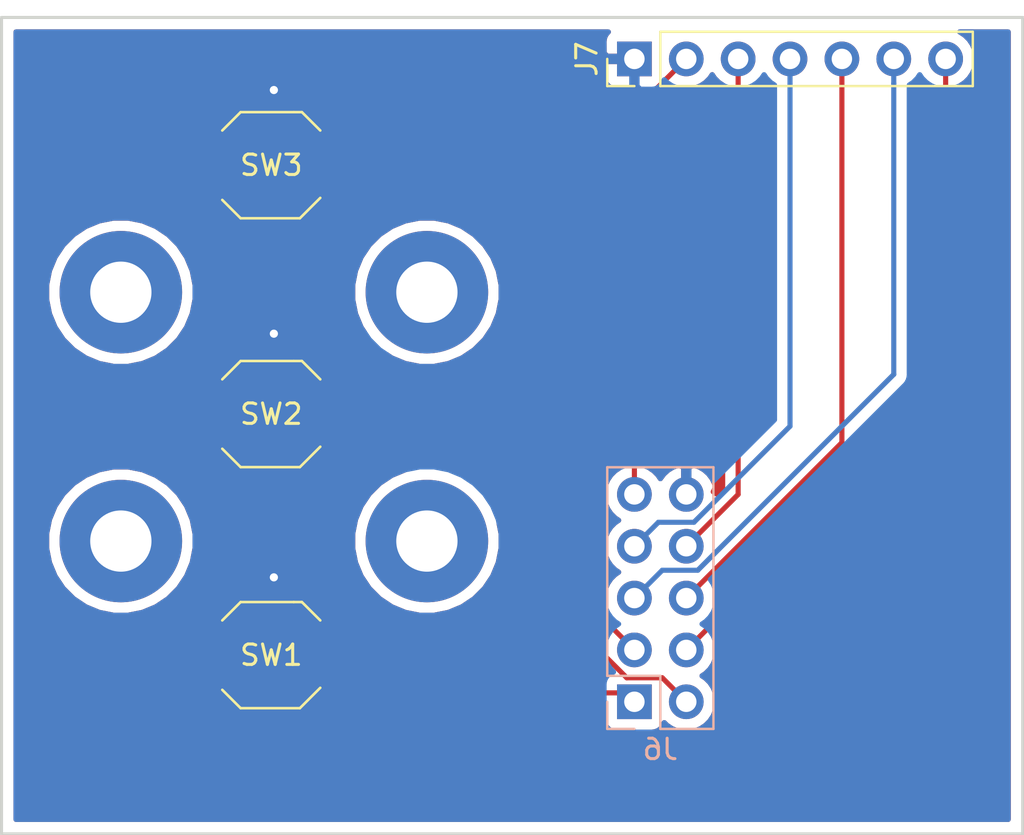
<source format=kicad_pcb>
(kicad_pcb (version 20171130) (host pcbnew "(5.1.5)-3")

  (general
    (thickness 1.6)
    (drawings 4)
    (tracks 33)
    (zones 0)
    (modules 9)
    (nets 11)
  )

  (page A4)
  (layers
    (0 F.Cu signal)
    (31 B.Cu signal)
    (32 B.Adhes user)
    (33 F.Adhes user)
    (34 B.Paste user)
    (35 F.Paste user)
    (36 B.SilkS user)
    (37 F.SilkS user)
    (38 B.Mask user)
    (39 F.Mask user)
    (40 Dwgs.User user)
    (41 Cmts.User user)
    (42 Eco1.User user)
    (43 Eco2.User user)
    (44 Edge.Cuts user)
    (45 Margin user)
    (46 B.CrtYd user)
    (47 F.CrtYd user)
    (48 B.Fab user)
    (49 F.Fab user)
  )

  (setup
    (last_trace_width 0.25)
    (user_trace_width 0.5)
    (trace_clearance 0.2)
    (zone_clearance 0.508)
    (zone_45_only yes)
    (trace_min 0)
    (via_size 0.8)
    (via_drill 0.4)
    (via_min_size 0.4)
    (via_min_drill 0.3)
    (uvia_size 0.3)
    (uvia_drill 0.1)
    (uvias_allowed no)
    (uvia_min_size 0.2)
    (uvia_min_drill 0.1)
    (edge_width 0.15)
    (segment_width 0.2)
    (pcb_text_width 0.3)
    (pcb_text_size 1.5 1.5)
    (mod_edge_width 0.15)
    (mod_text_size 1 1)
    (mod_text_width 0.15)
    (pad_size 6 6)
    (pad_drill 3)
    (pad_to_mask_clearance 0.051)
    (solder_mask_min_width 0.25)
    (aux_axis_origin 0 0)
    (visible_elements 7FFFFFFF)
    (pcbplotparams
      (layerselection 0x010f0_ffffffff)
      (usegerberextensions false)
      (usegerberattributes false)
      (usegerberadvancedattributes false)
      (creategerberjobfile false)
      (excludeedgelayer true)
      (linewidth 0.100000)
      (plotframeref false)
      (viasonmask false)
      (mode 1)
      (useauxorigin false)
      (hpglpennumber 1)
      (hpglpenspeed 20)
      (hpglpendiameter 15.000000)
      (psnegative false)
      (psa4output false)
      (plotreference true)
      (plotvalue true)
      (plotinvisibletext false)
      (padsonsilk false)
      (subtractmaskfromsilk false)
      (outputformat 1)
      (mirror false)
      (drillshape 0)
      (scaleselection 1)
      (outputdirectory "../plot/"))
  )

  (net 0 "")
  (net 1 "Net-(J6-Pad1)")
  (net 2 "Net-(J6-Pad2)")
  (net 3 "Net-(J6-Pad3)")
  (net 4 DM_LCD-BL)
  (net 5 DM_LCD-DC)
  (net 6 DM_LCD-RST)
  (net 7 DM_MOSI)
  (net 8 DM_GND)
  (net 9 DM_3v3)
  (net 10 DM_SCK)

  (net_class Default "This is the default net class."
    (clearance 0.2)
    (trace_width 0.25)
    (via_dia 0.8)
    (via_drill 0.4)
    (uvia_dia 0.3)
    (uvia_drill 0.1)
    (add_net DM_3v3)
    (add_net DM_GND)
    (add_net DM_LCD-BL)
    (add_net DM_LCD-DC)
    (add_net DM_LCD-RST)
    (add_net DM_MOSI)
    (add_net DM_SCK)
    (add_net "Net-(J6-Pad1)")
    (add_net "Net-(J6-Pad2)")
    (add_net "Net-(J6-Pad3)")
  )

  (module Mounting_Holes:MountingHole_3mm_Pad (layer F.Cu) (tedit 56D1B4CB) (tstamp 5E3023ED)
    (at 30.226 46.736)
    (descr "Mounting Hole 3mm")
    (tags "mounting hole 3mm")
    (attr virtual)
    (fp_text reference REF** (at 0 -4) (layer F.SilkS) hide
      (effects (font (size 1 1) (thickness 0.15)))
    )
    (fp_text value - (at 0 4) (layer F.Fab) hide
      (effects (font (size 1 1) (thickness 0.15)))
    )
    (fp_text user %R (at 0.3 0) (layer F.Fab)
      (effects (font (size 1 1) (thickness 0.15)))
    )
    (fp_circle (center 0 0) (end 3 0) (layer Cmts.User) (width 0.15))
    (fp_circle (center 0 0) (end 3.25 0) (layer F.CrtYd) (width 0.05))
    (pad 1 thru_hole circle (at 0 0) (size 6 6) (drill 3) (layers *.Cu *.Mask))
  )

  (module Mounting_Holes:MountingHole_3mm_Pad (layer F.Cu) (tedit 56D1B4CB) (tstamp 5E3023DF)
    (at 30.226 34.544)
    (descr "Mounting Hole 3mm")
    (tags "mounting hole 3mm")
    (attr virtual)
    (fp_text reference REF** (at 0 -4) (layer F.SilkS) hide
      (effects (font (size 1 1) (thickness 0.15)))
    )
    (fp_text value - (at 0.254 4) (layer F.Fab) hide
      (effects (font (size 1 1) (thickness 0.15)))
    )
    (fp_circle (center 0 0) (end 3.25 0) (layer F.CrtYd) (width 0.05))
    (fp_circle (center 0 0) (end 3 0) (layer Cmts.User) (width 0.15))
    (fp_text user %R (at 0.3 0) (layer F.Fab)
      (effects (font (size 1 1) (thickness 0.15)))
    )
    (pad 1 thru_hole circle (at 0 0) (size 6 6) (drill 3) (layers *.Cu *.Mask))
  )

  (module Mounting_Holes:MountingHole_3mm_Pad (layer F.Cu) (tedit 56D1B4CB) (tstamp 5E3022E1)
    (at 45.212 46.736)
    (descr "Mounting Hole 3mm")
    (tags "mounting hole 3mm")
    (attr virtual)
    (fp_text reference REF** (at 0 -4) (layer F.SilkS) hide
      (effects (font (size 1 1) (thickness 0.15)))
    )
    (fp_text value - (at 0 4) (layer F.Fab) hide
      (effects (font (size 1 1) (thickness 0.15)))
    )
    (fp_circle (center 0 0) (end 3.25 0) (layer F.CrtYd) (width 0.05))
    (fp_circle (center 0 0) (end 3 0) (layer Cmts.User) (width 0.15))
    (fp_text user %R (at 0.3 0) (layer F.Fab)
      (effects (font (size 1 1) (thickness 0.15)))
    )
    (pad 1 thru_hole circle (at 0 0) (size 6 6) (drill 3) (layers *.Cu *.Mask))
  )

  (module Mounting_Holes:MountingHole_3mm_Pad (layer F.Cu) (tedit 56D1B4CB) (tstamp 5E3022DA)
    (at 45.212 34.544)
    (descr "Mounting Hole 3mm")
    (tags "mounting hole 3mm")
    (attr virtual)
    (fp_text reference REF** (at 0 -4) (layer F.SilkS) hide
      (effects (font (size 1 1) (thickness 0.15)))
    )
    (fp_text value - (at 0 4) (layer F.Fab) hide
      (effects (font (size 1 1) (thickness 0.15)))
    )
    (fp_text user %R (at 0.3 0) (layer F.Fab)
      (effects (font (size 1 1) (thickness 0.15)))
    )
    (fp_circle (center 0 0) (end 3 0) (layer Cmts.User) (width 0.15))
    (fp_circle (center 0 0) (end 3.25 0) (layer F.CrtYd) (width 0.05))
    (pad 1 thru_hole circle (at 0 0) (size 6 6) (drill 3) (layers *.Cu *.Mask))
  )

  (module Pin_Headers:Pin_Header_Straight_1x07_Pitch2.54mm (layer F.Cu) (tedit 59650532) (tstamp 5E300FEC)
    (at 55.372 23.114 90)
    (descr "Through hole straight pin header, 1x07, 2.54mm pitch, single row")
    (tags "Through hole pin header THT 1x07 2.54mm single row")
    (path /5E37279C)
    (fp_text reference J7 (at 0 -2.33 90) (layer F.SilkS)
      (effects (font (size 1 1) (thickness 0.15)))
    )
    (fp_text value ST7789 (at 0 17.57 90) (layer F.Fab)
      (effects (font (size 1 1) (thickness 0.15)))
    )
    (fp_line (start -0.635 -1.27) (end 1.27 -1.27) (layer F.Fab) (width 0.1))
    (fp_line (start 1.27 -1.27) (end 1.27 16.51) (layer F.Fab) (width 0.1))
    (fp_line (start 1.27 16.51) (end -1.27 16.51) (layer F.Fab) (width 0.1))
    (fp_line (start -1.27 16.51) (end -1.27 -0.635) (layer F.Fab) (width 0.1))
    (fp_line (start -1.27 -0.635) (end -0.635 -1.27) (layer F.Fab) (width 0.1))
    (fp_line (start -1.33 16.57) (end 1.33 16.57) (layer F.SilkS) (width 0.12))
    (fp_line (start -1.33 1.27) (end -1.33 16.57) (layer F.SilkS) (width 0.12))
    (fp_line (start 1.33 1.27) (end 1.33 16.57) (layer F.SilkS) (width 0.12))
    (fp_line (start -1.33 1.27) (end 1.33 1.27) (layer F.SilkS) (width 0.12))
    (fp_line (start -1.33 0) (end -1.33 -1.33) (layer F.SilkS) (width 0.12))
    (fp_line (start -1.33 -1.33) (end 0 -1.33) (layer F.SilkS) (width 0.12))
    (fp_line (start -1.8 -1.8) (end -1.8 17.05) (layer F.CrtYd) (width 0.05))
    (fp_line (start -1.8 17.05) (end 1.8 17.05) (layer F.CrtYd) (width 0.05))
    (fp_line (start 1.8 17.05) (end 1.8 -1.8) (layer F.CrtYd) (width 0.05))
    (fp_line (start 1.8 -1.8) (end -1.8 -1.8) (layer F.CrtYd) (width 0.05))
    (fp_text user %R (at 0 7.62) (layer F.Fab)
      (effects (font (size 1 1) (thickness 0.15)))
    )
    (pad 1 thru_hole rect (at 0 0 90) (size 1.7 1.7) (drill 1) (layers *.Cu *.Mask)
      (net 8 DM_GND))
    (pad 2 thru_hole oval (at 0 2.54 90) (size 1.7 1.7) (drill 1) (layers *.Cu *.Mask)
      (net 9 DM_3v3))
    (pad 3 thru_hole oval (at 0 5.08 90) (size 1.7 1.7) (drill 1) (layers *.Cu *.Mask)
      (net 10 DM_SCK))
    (pad 4 thru_hole oval (at 0 7.62 90) (size 1.7 1.7) (drill 1) (layers *.Cu *.Mask)
      (net 7 DM_MOSI))
    (pad 5 thru_hole oval (at 0 10.16 90) (size 1.7 1.7) (drill 1) (layers *.Cu *.Mask)
      (net 6 DM_LCD-RST))
    (pad 6 thru_hole oval (at 0 12.7 90) (size 1.7 1.7) (drill 1) (layers *.Cu *.Mask)
      (net 5 DM_LCD-DC))
    (pad 7 thru_hole oval (at 0 15.24 90) (size 1.7 1.7) (drill 1) (layers *.Cu *.Mask)
      (net 4 DM_LCD-BL))
    (model ${KISYS3DMOD}/Pin_Headers.3dshapes/Pin_Header_Straight_1x07_Pitch2.54mm.wrl
      (at (xyz 0 0 0))
      (scale (xyz 1 1 1))
      (rotate (xyz 0 0 0))
    )
  )

  (module Pin_Headers:Pin_Header_Straight_2x05_Pitch2.54mm (layer B.Cu) (tedit 59650532) (tstamp 5E300FE9)
    (at 55.372 54.61)
    (descr "Through hole straight pin header, 2x05, 2.54mm pitch, double rows")
    (tags "Through hole pin header THT 2x05 2.54mm double row")
    (path /5E3531D6)
    (fp_text reference J6 (at 1.27 2.33) (layer B.SilkS)
      (effects (font (size 1 1) (thickness 0.15)) (justify mirror))
    )
    (fp_text value DM-Slave (at 1.27 -12.49) (layer B.Fab)
      (effects (font (size 1 1) (thickness 0.15)) (justify mirror))
    )
    (fp_line (start 0 1.27) (end 3.81 1.27) (layer B.Fab) (width 0.1))
    (fp_line (start 3.81 1.27) (end 3.81 -11.43) (layer B.Fab) (width 0.1))
    (fp_line (start 3.81 -11.43) (end -1.27 -11.43) (layer B.Fab) (width 0.1))
    (fp_line (start -1.27 -11.43) (end -1.27 0) (layer B.Fab) (width 0.1))
    (fp_line (start -1.27 0) (end 0 1.27) (layer B.Fab) (width 0.1))
    (fp_line (start -1.33 -11.49) (end 3.87 -11.49) (layer B.SilkS) (width 0.12))
    (fp_line (start -1.33 -1.27) (end -1.33 -11.49) (layer B.SilkS) (width 0.12))
    (fp_line (start 3.87 1.33) (end 3.87 -11.49) (layer B.SilkS) (width 0.12))
    (fp_line (start -1.33 -1.27) (end 1.27 -1.27) (layer B.SilkS) (width 0.12))
    (fp_line (start 1.27 -1.27) (end 1.27 1.33) (layer B.SilkS) (width 0.12))
    (fp_line (start 1.27 1.33) (end 3.87 1.33) (layer B.SilkS) (width 0.12))
    (fp_line (start -1.33 0) (end -1.33 1.33) (layer B.SilkS) (width 0.12))
    (fp_line (start -1.33 1.33) (end 0 1.33) (layer B.SilkS) (width 0.12))
    (fp_line (start -1.8 1.8) (end -1.8 -11.95) (layer B.CrtYd) (width 0.05))
    (fp_line (start -1.8 -11.95) (end 4.35 -11.95) (layer B.CrtYd) (width 0.05))
    (fp_line (start 4.35 -11.95) (end 4.35 1.8) (layer B.CrtYd) (width 0.05))
    (fp_line (start 4.35 1.8) (end -1.8 1.8) (layer B.CrtYd) (width 0.05))
    (fp_text user %R (at 1.27 -5.08 270) (layer B.Fab)
      (effects (font (size 1 1) (thickness 0.15)) (justify mirror))
    )
    (pad 1 thru_hole rect (at 0 0) (size 1.7 1.7) (drill 1) (layers *.Cu *.Mask)
      (net 1 "Net-(J6-Pad1)"))
    (pad 2 thru_hole oval (at 2.54 0) (size 1.7 1.7) (drill 1) (layers *.Cu *.Mask)
      (net 2 "Net-(J6-Pad2)"))
    (pad 3 thru_hole oval (at 0 -2.54) (size 1.7 1.7) (drill 1) (layers *.Cu *.Mask)
      (net 3 "Net-(J6-Pad3)"))
    (pad 4 thru_hole oval (at 2.54 -2.54) (size 1.7 1.7) (drill 1) (layers *.Cu *.Mask)
      (net 4 DM_LCD-BL))
    (pad 5 thru_hole oval (at 0 -5.08) (size 1.7 1.7) (drill 1) (layers *.Cu *.Mask)
      (net 5 DM_LCD-DC))
    (pad 6 thru_hole oval (at 2.54 -5.08) (size 1.7 1.7) (drill 1) (layers *.Cu *.Mask)
      (net 6 DM_LCD-RST))
    (pad 7 thru_hole oval (at 0 -7.62) (size 1.7 1.7) (drill 1) (layers *.Cu *.Mask)
      (net 7 DM_MOSI))
    (pad 8 thru_hole oval (at 2.54 -7.62) (size 1.7 1.7) (drill 1) (layers *.Cu *.Mask)
      (net 10 DM_SCK))
    (pad 9 thru_hole oval (at 0 -10.16) (size 1.7 1.7) (drill 1) (layers *.Cu *.Mask)
      (net 9 DM_3v3))
    (pad 10 thru_hole oval (at 2.54 -10.16) (size 1.7 1.7) (drill 1) (layers *.Cu *.Mask)
      (net 8 DM_GND))
    (model ${KISYS3DMOD}/Pin_Headers.3dshapes/Pin_Header_Straight_2x05_Pitch2.54mm.wrl
      (at (xyz 0 0 0))
      (scale (xyz 1 1 1))
      (rotate (xyz 0 0 0))
    )
  )

  (module SMD-BUTTON:SW4-SMD-5.2X5.2X1.5MM (layer F.Cu) (tedit 5C236DB7) (tstamp 5D755136)
    (at 37.592 52.324 180)
    (path /5D759C24)
    (attr smd)
    (fp_text reference SW1 (at 0 0) (layer F.SilkS)
      (effects (font (size 1 1) (thickness 0.15)))
    )
    (fp_text value Down (at -0.112861 -0.218191) (layer F.SilkS) hide
      (effects (font (size 0.501589 0.501589) (thickness 0.05)))
    )
    (fp_line (start -1.5 2.6) (end -2.4 1.7) (layer F.SilkS) (width 0.127))
    (fp_line (start -1.45982 2.6) (end -1.5 2.6) (layer F.SilkS) (width 0.127))
    (fp_line (start 1.5 2.6) (end 2.4 1.7) (layer F.SilkS) (width 0.127))
    (fp_line (start 1.5 -2.6) (end 2.4 -1.7) (layer F.SilkS) (width 0.127))
    (fp_line (start -1.4 -2.6) (end -2.4 -1.6) (layer F.SilkS) (width 0.127))
    (fp_poly (pts (xy -2.50464 -2.6) (xy 2.6 -2.6) (xy 2.6 2.60484) (xy -2.50464 2.60484)) (layer Eco1.User) (width 0))
    (fp_line (start 1.43381 -2.6) (end 2.6 -1.43381) (layer Dwgs.User) (width 0.127))
    (fp_line (start -1.4 -2.6) (end 1.5 -2.6) (layer F.SilkS) (width 0.127))
    (fp_line (start -2.6 -1.39584) (end -1.39584 -2.6) (layer Dwgs.User) (width 0.127))
    (fp_line (start -1.45982 2.6) (end -2.6 1.45982) (layer Dwgs.User) (width 0.127))
    (fp_line (start -1.1 2.6) (end -1.45982 2.6) (layer F.SilkS) (width 0.127))
    (fp_line (start 1.5 2.6) (end -1.1 2.6) (layer F.SilkS) (width 0.127))
    (fp_line (start 2.6 1.46863) (end 1.46863 2.6) (layer Dwgs.User) (width 0.127))
    (pad 4 smd rect (at 3 1.85 180) (size 1 0.7) (layers F.Cu F.Paste F.Mask))
    (pad 2 smd rect (at -3 1.85 180) (size 1 0.7) (layers F.Cu F.Paste F.Mask)
      (net 8 DM_GND))
    (pad 3 smd rect (at 3 -1.85 180) (size 1 0.7) (layers F.Cu F.Paste F.Mask))
    (pad 1 smd rect (at -3 -1.85 180) (size 1 0.7) (layers F.Cu F.Paste F.Mask)
      (net 1 "Net-(J6-Pad1)"))
    (model ${KISYS3DMOD}/Button_Switch_SMD.3dshapes/SW_SPST_TL3342.wrl
      (at (xyz 0 0 0))
      (scale (xyz 1 1 1))
      (rotate (xyz 0 0 0))
    )
  )

  (module SMD-BUTTON:SW4-SMD-5.2X5.2X1.5MM (layer F.Cu) (tedit 5C236DB7) (tstamp 5D75514B)
    (at 37.592 40.513 180)
    (path /5D759CB0)
    (attr smd)
    (fp_text reference SW2 (at 0 0) (layer F.SilkS)
      (effects (font (size 1 1) (thickness 0.15)))
    )
    (fp_text value Menu (at -0.112861 -0.218191) (layer F.SilkS) hide
      (effects (font (size 0.501589 0.501589) (thickness 0.05)))
    )
    (fp_line (start 2.6 1.46863) (end 1.46863 2.6) (layer Dwgs.User) (width 0.127))
    (fp_line (start 1.5 2.6) (end -1.1 2.6) (layer F.SilkS) (width 0.127))
    (fp_line (start -1.1 2.6) (end -1.45982 2.6) (layer F.SilkS) (width 0.127))
    (fp_line (start -1.45982 2.6) (end -2.6 1.45982) (layer Dwgs.User) (width 0.127))
    (fp_line (start -2.6 -1.39584) (end -1.39584 -2.6) (layer Dwgs.User) (width 0.127))
    (fp_line (start -1.4 -2.6) (end 1.5 -2.6) (layer F.SilkS) (width 0.127))
    (fp_line (start 1.43381 -2.6) (end 2.6 -1.43381) (layer Dwgs.User) (width 0.127))
    (fp_poly (pts (xy -2.50464 -2.6) (xy 2.6 -2.6) (xy 2.6 2.60484) (xy -2.50464 2.60484)) (layer Eco1.User) (width 0))
    (fp_line (start -1.4 -2.6) (end -2.4 -1.6) (layer F.SilkS) (width 0.127))
    (fp_line (start 1.5 -2.6) (end 2.4 -1.7) (layer F.SilkS) (width 0.127))
    (fp_line (start 1.5 2.6) (end 2.4 1.7) (layer F.SilkS) (width 0.127))
    (fp_line (start -1.45982 2.6) (end -1.5 2.6) (layer F.SilkS) (width 0.127))
    (fp_line (start -1.5 2.6) (end -2.4 1.7) (layer F.SilkS) (width 0.127))
    (pad 1 smd rect (at -3 -1.85 180) (size 1 0.7) (layers F.Cu F.Paste F.Mask)
      (net 2 "Net-(J6-Pad2)"))
    (pad 3 smd rect (at 3 -1.85 180) (size 1 0.7) (layers F.Cu F.Paste F.Mask))
    (pad 2 smd rect (at -3 1.85 180) (size 1 0.7) (layers F.Cu F.Paste F.Mask)
      (net 8 DM_GND))
    (pad 4 smd rect (at 3 1.85 180) (size 1 0.7) (layers F.Cu F.Paste F.Mask))
    (model ${KISYS3DMOD}/Button_Switch_SMD.3dshapes/SW_SPST_TL3342.wrl
      (at (xyz 0 0 0))
      (scale (xyz 1 1 1))
      (rotate (xyz 0 0 0))
    )
  )

  (module SMD-BUTTON:SW4-SMD-5.2X5.2X1.5MM (layer F.Cu) (tedit 5C236DB7) (tstamp 5D755160)
    (at 37.592 28.321 180)
    (path /5D759CF0)
    (attr smd)
    (fp_text reference SW3 (at 0 0) (layer F.SilkS)
      (effects (font (size 1 1) (thickness 0.15)))
    )
    (fp_text value Up (at -0.112861 -0.218191) (layer F.SilkS) hide
      (effects (font (size 0.501589 0.501589) (thickness 0.05)))
    )
    (fp_line (start -1.5 2.6) (end -2.4 1.7) (layer F.SilkS) (width 0.127))
    (fp_line (start -1.45982 2.6) (end -1.5 2.6) (layer F.SilkS) (width 0.127))
    (fp_line (start 1.5 2.6) (end 2.4 1.7) (layer F.SilkS) (width 0.127))
    (fp_line (start 1.5 -2.6) (end 2.4 -1.7) (layer F.SilkS) (width 0.127))
    (fp_line (start -1.4 -2.6) (end -2.4 -1.6) (layer F.SilkS) (width 0.127))
    (fp_poly (pts (xy -2.50464 -2.6) (xy 2.6 -2.6) (xy 2.6 2.60484) (xy -2.50464 2.60484)) (layer Eco1.User) (width 0))
    (fp_line (start 1.43381 -2.6) (end 2.6 -1.43381) (layer Dwgs.User) (width 0.127))
    (fp_line (start -1.4 -2.6) (end 1.5 -2.6) (layer F.SilkS) (width 0.127))
    (fp_line (start -2.6 -1.39584) (end -1.39584 -2.6) (layer Dwgs.User) (width 0.127))
    (fp_line (start -1.45982 2.6) (end -2.6 1.45982) (layer Dwgs.User) (width 0.127))
    (fp_line (start -1.1 2.6) (end -1.45982 2.6) (layer F.SilkS) (width 0.127))
    (fp_line (start 1.5 2.6) (end -1.1 2.6) (layer F.SilkS) (width 0.127))
    (fp_line (start 2.6 1.46863) (end 1.46863 2.6) (layer Dwgs.User) (width 0.127))
    (pad 4 smd rect (at 3 1.85 180) (size 1 0.7) (layers F.Cu F.Paste F.Mask))
    (pad 2 smd rect (at -3 1.85 180) (size 1 0.7) (layers F.Cu F.Paste F.Mask)
      (net 8 DM_GND))
    (pad 3 smd rect (at 3 -1.85 180) (size 1 0.7) (layers F.Cu F.Paste F.Mask))
    (pad 1 smd rect (at -3 -1.85 180) (size 1 0.7) (layers F.Cu F.Paste F.Mask)
      (net 3 "Net-(J6-Pad3)"))
    (model ${KISYS3DMOD}/Button_Switch_SMD.3dshapes/SW_SPST_TL3342.wrl
      (at (xyz 0 0 0))
      (scale (xyz 1 1 1))
      (rotate (xyz 0 0 0))
    )
  )

  (gr_line (start 24.384 61.082) (end 24.384 21.082) (layer Edge.Cuts) (width 0.15))
  (gr_line (start 74.384 61.082) (end 24.384 61.082) (layer Edge.Cuts) (width 0.15))
  (gr_line (start 74.384 21.082) (end 74.384 61.082) (layer Edge.Cuts) (width 0.15))
  (gr_line (start 24.384 21.082) (end 74.384 21.082) (layer Edge.Cuts) (width 0.15))

  (segment (start 54.936 54.174) (end 55.372 54.61) (width 0.25) (layer F.Cu) (net 1))
  (segment (start 40.592 54.174) (end 54.936 54.174) (width 0.25) (layer F.Cu) (net 1))
  (segment (start 51.054 49.491002) (end 51.054 47.11841) (width 0.25) (layer F.Cu) (net 2))
  (segment (start 57.912 54.61) (end 56.736999 53.434999) (width 0.25) (layer F.Cu) (net 2))
  (segment (start 54.997997 53.434999) (end 51.054 49.491002) (width 0.25) (layer F.Cu) (net 2))
  (segment (start 56.736999 53.434999) (end 54.997997 53.434999) (width 0.25) (layer F.Cu) (net 2))
  (segment (start 46.42559 42.49) (end 40.592 42.49) (width 0.25) (layer F.Cu) (net 2))
  (segment (start 51.054 47.11841) (end 46.42559 42.49) (width 0.25) (layer F.Cu) (net 2))
  (segment (start 51.562 46.99) (end 51.562 48.26) (width 0.25) (layer F.Cu) (net 3))
  (segment (start 51.562 48.26) (end 55.372 52.07) (width 0.25) (layer F.Cu) (net 3))
  (segment (start 40.592 30.171) (end 40.592 36.02) (width 0.25) (layer F.Cu) (net 3))
  (segment (start 40.592 36.02) (end 51.562 46.99) (width 0.25) (layer F.Cu) (net 3))
  (segment (start 70.612 39.37) (end 70.612 23.114) (width 0.25) (layer F.Cu) (net 4))
  (segment (start 57.912 52.07) (end 70.612 39.37) (width 0.25) (layer F.Cu) (net 4))
  (segment (start 68.072 24.316081) (end 68.072 23.114) (width 0.25) (layer B.Cu) (net 5))
  (segment (start 68.072 38.569002) (end 68.072 24.316081) (width 0.25) (layer B.Cu) (net 5))
  (segment (start 56.736999 48.165001) (end 58.476001 48.165001) (width 0.25) (layer B.Cu) (net 5))
  (segment (start 58.476001 48.165001) (end 68.072 38.569002) (width 0.25) (layer B.Cu) (net 5))
  (segment (start 55.372 49.53) (end 56.736999 48.165001) (width 0.25) (layer B.Cu) (net 5))
  (segment (start 65.532 41.91) (end 65.532 23.114) (width 0.25) (layer F.Cu) (net 6))
  (segment (start 57.912 49.53) (end 65.532 41.91) (width 0.25) (layer F.Cu) (net 6))
  (segment (start 62.992 24.316081) (end 62.992 23.114) (width 0.25) (layer B.Cu) (net 7))
  (segment (start 58.286003 45.814999) (end 62.992 41.109002) (width 0.25) (layer B.Cu) (net 7))
  (segment (start 56.547001 45.814999) (end 58.286003 45.814999) (width 0.25) (layer B.Cu) (net 7))
  (segment (start 62.992 41.109002) (end 62.992 24.316081) (width 0.25) (layer B.Cu) (net 7))
  (segment (start 55.372 46.99) (end 56.547001 45.814999) (width 0.25) (layer B.Cu) (net 7))
  (via (at 37.719 24.638) (size 0.8) (drill 0.4) (layers F.Cu B.Cu) (net 8))
  (via (at 37.719 36.576) (size 0.8) (drill 0.4) (layers F.Cu B.Cu) (net 8))
  (via (at 37.719 48.514) (size 0.8) (drill 0.4) (layers F.Cu B.Cu) (net 8))
  (segment (start 55.372 25.654) (end 57.912 23.114) (width 0.25) (layer F.Cu) (net 9))
  (segment (start 55.372 44.45) (end 55.372 25.654) (width 0.25) (layer F.Cu) (net 9))
  (segment (start 60.452 44.45) (end 60.452 23.114) (width 0.25) (layer F.Cu) (net 10))
  (segment (start 57.912 46.99) (end 60.452 44.45) (width 0.25) (layer F.Cu) (net 10))

  (zone (net 8) (net_name DM_GND) (layer F.Cu) (tstamp 5E302F70) (hatch edge 0.508)
    (connect_pads (clearance 0.508))
    (min_thickness 0.254)
    (fill yes (arc_segments 32) (thermal_gap 0.508) (thermal_bridge_width 0.508))
    (polygon
      (pts
        (xy 74.295 61.087) (xy 24.384 61.087) (xy 24.384 21.082) (xy 74.295 21.082)
      )
    )
    (filled_polygon
      (pts
        (xy 54.070815 21.812815) (xy 53.991463 21.909506) (xy 53.932498 22.01982) (xy 53.896188 22.139518) (xy 53.883928 22.264)
        (xy 53.887 22.82825) (xy 54.04575 22.987) (xy 55.245 22.987) (xy 55.245 22.967) (xy 55.499 22.967)
        (xy 55.499 22.987) (xy 55.519 22.987) (xy 55.519 23.241) (xy 55.499 23.241) (xy 55.499 23.261)
        (xy 55.245 23.261) (xy 55.245 23.241) (xy 54.04575 23.241) (xy 53.887 23.39975) (xy 53.883928 23.964)
        (xy 53.896188 24.088482) (xy 53.932498 24.20818) (xy 53.991463 24.318494) (xy 54.070815 24.415185) (xy 54.167506 24.494537)
        (xy 54.27782 24.553502) (xy 54.397518 24.589812) (xy 54.522 24.602072) (xy 55.08625 24.599) (xy 55.244998 24.440252)
        (xy 55.244998 24.599) (xy 55.352198 24.599) (xy 54.860998 25.090201) (xy 54.832 25.113999) (xy 54.808202 25.142997)
        (xy 54.808201 25.142998) (xy 54.737026 25.229724) (xy 54.666454 25.361754) (xy 54.622998 25.505015) (xy 54.608324 25.654)
        (xy 54.612001 25.691333) (xy 54.612 43.171821) (xy 54.425368 43.296525) (xy 54.218525 43.503368) (xy 54.05601 43.746589)
        (xy 53.944068 44.016842) (xy 53.887 44.30374) (xy 53.887 44.59626) (xy 53.944068 44.883158) (xy 54.05601 45.153411)
        (xy 54.218525 45.396632) (xy 54.425368 45.603475) (xy 54.59976 45.72) (xy 54.425368 45.836525) (xy 54.218525 46.043368)
        (xy 54.05601 46.286589) (xy 53.944068 46.556842) (xy 53.887 46.84374) (xy 53.887 47.13626) (xy 53.944068 47.423158)
        (xy 54.05601 47.693411) (xy 54.218525 47.936632) (xy 54.425368 48.143475) (xy 54.59976 48.26) (xy 54.425368 48.376525)
        (xy 54.218525 48.583368) (xy 54.05601 48.826589) (xy 53.944068 49.096842) (xy 53.887 49.38374) (xy 53.887 49.510199)
        (xy 52.322 47.945199) (xy 52.322 47.027325) (xy 52.325676 46.99) (xy 52.322 46.952675) (xy 52.322 46.952667)
        (xy 52.311003 46.841014) (xy 52.267546 46.697753) (xy 52.196974 46.565724) (xy 52.102001 46.449999) (xy 52.073004 46.426202)
        (xy 43.254857 37.608056) (xy 43.490182 37.765295) (xy 44.15171 38.039309) (xy 44.853984 38.179) (xy 45.570016 38.179)
        (xy 46.27229 38.039309) (xy 46.933818 37.765295) (xy 47.529177 37.367489) (xy 48.035489 36.861177) (xy 48.433295 36.265818)
        (xy 48.707309 35.60429) (xy 48.847 34.902016) (xy 48.847 34.185984) (xy 48.707309 33.48371) (xy 48.433295 32.822182)
        (xy 48.035489 32.226823) (xy 47.529177 31.720511) (xy 46.933818 31.322705) (xy 46.27229 31.048691) (xy 45.570016 30.909)
        (xy 44.853984 30.909) (xy 44.15171 31.048691) (xy 43.490182 31.322705) (xy 42.894823 31.720511) (xy 42.388511 32.226823)
        (xy 41.990705 32.822182) (xy 41.716691 33.48371) (xy 41.577 34.185984) (xy 41.577 34.902016) (xy 41.716691 35.60429)
        (xy 41.990705 36.265818) (xy 42.147944 36.501143) (xy 41.352 35.705199) (xy 41.352 31.102046) (xy 41.446494 31.051537)
        (xy 41.543185 30.972185) (xy 41.622537 30.875494) (xy 41.681502 30.76518) (xy 41.717812 30.645482) (xy 41.730072 30.521)
        (xy 41.730072 29.821) (xy 41.717812 29.696518) (xy 41.681502 29.57682) (xy 41.622537 29.466506) (xy 41.543185 29.369815)
        (xy 41.446494 29.290463) (xy 41.33618 29.231498) (xy 41.216482 29.195188) (xy 41.092 29.182928) (xy 40.092 29.182928)
        (xy 39.967518 29.195188) (xy 39.84782 29.231498) (xy 39.737506 29.290463) (xy 39.640815 29.369815) (xy 39.561463 29.466506)
        (xy 39.502498 29.57682) (xy 39.466188 29.696518) (xy 39.453928 29.821) (xy 39.453928 30.521) (xy 39.466188 30.645482)
        (xy 39.502498 30.76518) (xy 39.561463 30.875494) (xy 39.640815 30.972185) (xy 39.737506 31.051537) (xy 39.832 31.102046)
        (xy 39.832001 35.982668) (xy 39.828324 36.02) (xy 39.842998 36.168985) (xy 39.886454 36.312246) (xy 39.957026 36.444276)
        (xy 40.028201 36.531002) (xy 40.052 36.560001) (xy 40.080998 36.583799) (xy 41.180881 37.683682) (xy 41.092 37.674928)
        (xy 40.87775 37.678) (xy 40.719 37.83675) (xy 40.719 38.536) (xy 41.56825 38.536) (xy 41.727 38.37725)
        (xy 41.730072 38.313) (xy 41.721318 38.224119) (xy 45.227199 41.73) (xy 41.660752 41.73) (xy 41.622537 41.658506)
        (xy 41.543185 41.561815) (xy 41.446494 41.482463) (xy 41.33618 41.423498) (xy 41.216482 41.387188) (xy 41.092 41.374928)
        (xy 40.092 41.374928) (xy 39.967518 41.387188) (xy 39.84782 41.423498) (xy 39.737506 41.482463) (xy 39.640815 41.561815)
        (xy 39.561463 41.658506) (xy 39.502498 41.76882) (xy 39.466188 41.888518) (xy 39.453928 42.013) (xy 39.453928 42.713)
        (xy 39.466188 42.837482) (xy 39.502498 42.95718) (xy 39.561463 43.067494) (xy 39.640815 43.164185) (xy 39.737506 43.243537)
        (xy 39.84782 43.302502) (xy 39.967518 43.338812) (xy 40.092 43.351072) (xy 41.092 43.351072) (xy 41.216482 43.338812)
        (xy 41.33618 43.302502) (xy 41.434403 43.25) (xy 44.129236 43.25) (xy 43.490182 43.514705) (xy 42.894823 43.912511)
        (xy 42.388511 44.418823) (xy 41.990705 45.014182) (xy 41.716691 45.67571) (xy 41.577 46.377984) (xy 41.577 47.094016)
        (xy 41.716691 47.79629) (xy 41.990705 48.457818) (xy 42.388511 49.053177) (xy 42.894823 49.559489) (xy 43.490182 49.957295)
        (xy 44.15171 50.231309) (xy 44.853984 50.371) (xy 45.570016 50.371) (xy 46.27229 50.231309) (xy 46.933818 49.957295)
        (xy 47.529177 49.559489) (xy 48.035489 49.053177) (xy 48.433295 48.457818) (xy 48.707309 47.79629) (xy 48.847 47.094016)
        (xy 48.847 46.377984) (xy 48.749722 45.888933) (xy 50.294001 47.433213) (xy 50.294 49.453679) (xy 50.290324 49.491002)
        (xy 50.294 49.528324) (xy 50.294 49.528334) (xy 50.304997 49.639987) (xy 50.348454 49.783248) (xy 50.419026 49.915278)
        (xy 50.451031 49.954276) (xy 50.513999 50.031003) (xy 50.543003 50.054806) (xy 53.902196 53.414) (xy 41.576985 53.414)
        (xy 41.543185 53.372815) (xy 41.446494 53.293463) (xy 41.33618 53.234498) (xy 41.216482 53.198188) (xy 41.092 53.185928)
        (xy 40.092 53.185928) (xy 39.967518 53.198188) (xy 39.84782 53.234498) (xy 39.737506 53.293463) (xy 39.640815 53.372815)
        (xy 39.561463 53.469506) (xy 39.502498 53.57982) (xy 39.466188 53.699518) (xy 39.453928 53.824) (xy 39.453928 54.524)
        (xy 39.466188 54.648482) (xy 39.502498 54.76818) (xy 39.561463 54.878494) (xy 39.640815 54.975185) (xy 39.737506 55.054537)
        (xy 39.84782 55.113502) (xy 39.967518 55.149812) (xy 40.092 55.162072) (xy 41.092 55.162072) (xy 41.216482 55.149812)
        (xy 41.33618 55.113502) (xy 41.446494 55.054537) (xy 41.543185 54.975185) (xy 41.576985 54.934) (xy 53.883928 54.934)
        (xy 53.883928 55.46) (xy 53.896188 55.584482) (xy 53.932498 55.70418) (xy 53.991463 55.814494) (xy 54.070815 55.911185)
        (xy 54.167506 55.990537) (xy 54.27782 56.049502) (xy 54.397518 56.085812) (xy 54.522 56.098072) (xy 56.222 56.098072)
        (xy 56.346482 56.085812) (xy 56.46618 56.049502) (xy 56.576494 55.990537) (xy 56.673185 55.911185) (xy 56.752537 55.814494)
        (xy 56.811502 55.70418) (xy 56.833513 55.63162) (xy 56.965368 55.763475) (xy 57.208589 55.92599) (xy 57.478842 56.037932)
        (xy 57.76574 56.095) (xy 58.05826 56.095) (xy 58.345158 56.037932) (xy 58.615411 55.92599) (xy 58.858632 55.763475)
        (xy 59.065475 55.556632) (xy 59.22799 55.313411) (xy 59.339932 55.043158) (xy 59.397 54.75626) (xy 59.397 54.46374)
        (xy 59.339932 54.176842) (xy 59.22799 53.906589) (xy 59.065475 53.663368) (xy 58.858632 53.456525) (xy 58.68424 53.34)
        (xy 58.858632 53.223475) (xy 59.065475 53.016632) (xy 59.22799 52.773411) (xy 59.339932 52.503158) (xy 59.397 52.21626)
        (xy 59.397 51.92374) (xy 59.353209 51.703592) (xy 71.123004 39.933798) (xy 71.152001 39.910001) (xy 71.246974 39.794276)
        (xy 71.317546 39.662247) (xy 71.361003 39.518986) (xy 71.372 39.407333) (xy 71.372 39.407324) (xy 71.375676 39.370001)
        (xy 71.372 39.332678) (xy 71.372 24.392178) (xy 71.558632 24.267475) (xy 71.765475 24.060632) (xy 71.92799 23.817411)
        (xy 72.039932 23.547158) (xy 72.097 23.26026) (xy 72.097 22.96774) (xy 72.039932 22.680842) (xy 71.92799 22.410589)
        (xy 71.765475 22.167368) (xy 71.558632 21.960525) (xy 71.315411 21.79801) (xy 71.300902 21.792) (xy 73.674 21.792)
        (xy 73.674001 60.372) (xy 25.094 60.372) (xy 25.094 53.824) (xy 33.453928 53.824) (xy 33.453928 54.524)
        (xy 33.466188 54.648482) (xy 33.502498 54.76818) (xy 33.561463 54.878494) (xy 33.640815 54.975185) (xy 33.737506 55.054537)
        (xy 33.84782 55.113502) (xy 33.967518 55.149812) (xy 34.092 55.162072) (xy 35.092 55.162072) (xy 35.216482 55.149812)
        (xy 35.33618 55.113502) (xy 35.446494 55.054537) (xy 35.543185 54.975185) (xy 35.622537 54.878494) (xy 35.681502 54.76818)
        (xy 35.717812 54.648482) (xy 35.730072 54.524) (xy 35.730072 53.824) (xy 35.717812 53.699518) (xy 35.681502 53.57982)
        (xy 35.622537 53.469506) (xy 35.543185 53.372815) (xy 35.446494 53.293463) (xy 35.33618 53.234498) (xy 35.216482 53.198188)
        (xy 35.092 53.185928) (xy 34.092 53.185928) (xy 33.967518 53.198188) (xy 33.84782 53.234498) (xy 33.737506 53.293463)
        (xy 33.640815 53.372815) (xy 33.561463 53.469506) (xy 33.502498 53.57982) (xy 33.466188 53.699518) (xy 33.453928 53.824)
        (xy 25.094 53.824) (xy 25.094 46.377984) (xy 26.591 46.377984) (xy 26.591 47.094016) (xy 26.730691 47.79629)
        (xy 27.004705 48.457818) (xy 27.402511 49.053177) (xy 27.908823 49.559489) (xy 28.504182 49.957295) (xy 29.16571 50.231309)
        (xy 29.867984 50.371) (xy 30.584016 50.371) (xy 31.28629 50.231309) (xy 31.545356 50.124) (xy 33.453928 50.124)
        (xy 33.453928 50.824) (xy 33.466188 50.948482) (xy 33.502498 51.06818) (xy 33.561463 51.178494) (xy 33.640815 51.275185)
        (xy 33.737506 51.354537) (xy 33.84782 51.413502) (xy 33.967518 51.449812) (xy 34.092 51.462072) (xy 35.092 51.462072)
        (xy 35.216482 51.449812) (xy 35.33618 51.413502) (xy 35.446494 51.354537) (xy 35.543185 51.275185) (xy 35.622537 51.178494)
        (xy 35.681502 51.06818) (xy 35.717812 50.948482) (xy 35.730072 50.824) (xy 39.453928 50.824) (xy 39.466188 50.948482)
        (xy 39.502498 51.06818) (xy 39.561463 51.178494) (xy 39.640815 51.275185) (xy 39.737506 51.354537) (xy 39.84782 51.413502)
        (xy 39.967518 51.449812) (xy 40.092 51.462072) (xy 40.30625 51.459) (xy 40.465 51.30025) (xy 40.465 50.601)
        (xy 40.719 50.601) (xy 40.719 51.30025) (xy 40.87775 51.459) (xy 41.092 51.462072) (xy 41.216482 51.449812)
        (xy 41.33618 51.413502) (xy 41.446494 51.354537) (xy 41.543185 51.275185) (xy 41.622537 51.178494) (xy 41.681502 51.06818)
        (xy 41.717812 50.948482) (xy 41.730072 50.824) (xy 41.727 50.75975) (xy 41.56825 50.601) (xy 40.719 50.601)
        (xy 40.465 50.601) (xy 39.61575 50.601) (xy 39.457 50.75975) (xy 39.453928 50.824) (xy 35.730072 50.824)
        (xy 35.730072 50.124) (xy 39.453928 50.124) (xy 39.457 50.18825) (xy 39.61575 50.347) (xy 40.465 50.347)
        (xy 40.465 49.64775) (xy 40.719 49.64775) (xy 40.719 50.347) (xy 41.56825 50.347) (xy 41.727 50.18825)
        (xy 41.730072 50.124) (xy 41.717812 49.999518) (xy 41.681502 49.87982) (xy 41.622537 49.769506) (xy 41.543185 49.672815)
        (xy 41.446494 49.593463) (xy 41.33618 49.534498) (xy 41.216482 49.498188) (xy 41.092 49.485928) (xy 40.87775 49.489)
        (xy 40.719 49.64775) (xy 40.465 49.64775) (xy 40.30625 49.489) (xy 40.092 49.485928) (xy 39.967518 49.498188)
        (xy 39.84782 49.534498) (xy 39.737506 49.593463) (xy 39.640815 49.672815) (xy 39.561463 49.769506) (xy 39.502498 49.87982)
        (xy 39.466188 49.999518) (xy 39.453928 50.124) (xy 35.730072 50.124) (xy 35.717812 49.999518) (xy 35.681502 49.87982)
        (xy 35.622537 49.769506) (xy 35.543185 49.672815) (xy 35.446494 49.593463) (xy 35.33618 49.534498) (xy 35.216482 49.498188)
        (xy 35.092 49.485928) (xy 34.092 49.485928) (xy 33.967518 49.498188) (xy 33.84782 49.534498) (xy 33.737506 49.593463)
        (xy 33.640815 49.672815) (xy 33.561463 49.769506) (xy 33.502498 49.87982) (xy 33.466188 49.999518) (xy 33.453928 50.124)
        (xy 31.545356 50.124) (xy 31.947818 49.957295) (xy 32.543177 49.559489) (xy 33.049489 49.053177) (xy 33.447295 48.457818)
        (xy 33.721309 47.79629) (xy 33.861 47.094016) (xy 33.861 46.377984) (xy 33.721309 45.67571) (xy 33.447295 45.014182)
        (xy 33.049489 44.418823) (xy 32.543177 43.912511) (xy 31.947818 43.514705) (xy 31.28629 43.240691) (xy 30.584016 43.101)
        (xy 29.867984 43.101) (xy 29.16571 43.240691) (xy 28.504182 43.514705) (xy 27.908823 43.912511) (xy 27.402511 44.418823)
        (xy 27.004705 45.014182) (xy 26.730691 45.67571) (xy 26.591 46.377984) (xy 25.094 46.377984) (xy 25.094 42.013)
        (xy 33.453928 42.013) (xy 33.453928 42.713) (xy 33.466188 42.837482) (xy 33.502498 42.95718) (xy 33.561463 43.067494)
        (xy 33.640815 43.164185) (xy 33.737506 43.243537) (xy 33.84782 43.302502) (xy 33.967518 43.338812) (xy 34.092 43.351072)
        (xy 35.092 43.351072) (xy 35.216482 43.338812) (xy 35.33618 43.302502) (xy 35.446494 43.243537) (xy 35.543185 43.164185)
        (xy 35.622537 43.067494) (xy 35.681502 42.95718) (xy 35.717812 42.837482) (xy 35.730072 42.713) (xy 35.730072 42.013)
        (xy 35.717812 41.888518) (xy 35.681502 41.76882) (xy 35.622537 41.658506) (xy 35.543185 41.561815) (xy 35.446494 41.482463)
        (xy 35.33618 41.423498) (xy 35.216482 41.387188) (xy 35.092 41.374928) (xy 34.092 41.374928) (xy 33.967518 41.387188)
        (xy 33.84782 41.423498) (xy 33.737506 41.482463) (xy 33.640815 41.561815) (xy 33.561463 41.658506) (xy 33.502498 41.76882)
        (xy 33.466188 41.888518) (xy 33.453928 42.013) (xy 25.094 42.013) (xy 25.094 38.313) (xy 33.453928 38.313)
        (xy 33.453928 39.013) (xy 33.466188 39.137482) (xy 33.502498 39.25718) (xy 33.561463 39.367494) (xy 33.640815 39.464185)
        (xy 33.737506 39.543537) (xy 33.84782 39.602502) (xy 33.967518 39.638812) (xy 34.092 39.651072) (xy 35.092 39.651072)
        (xy 35.216482 39.638812) (xy 35.33618 39.602502) (xy 35.446494 39.543537) (xy 35.543185 39.464185) (xy 35.622537 39.367494)
        (xy 35.681502 39.25718) (xy 35.717812 39.137482) (xy 35.730072 39.013) (xy 39.453928 39.013) (xy 39.466188 39.137482)
        (xy 39.502498 39.25718) (xy 39.561463 39.367494) (xy 39.640815 39.464185) (xy 39.737506 39.543537) (xy 39.84782 39.602502)
        (xy 39.967518 39.638812) (xy 40.092 39.651072) (xy 40.30625 39.648) (xy 40.465 39.48925) (xy 40.465 38.79)
        (xy 40.719 38.79) (xy 40.719 39.48925) (xy 40.87775 39.648) (xy 41.092 39.651072) (xy 41.216482 39.638812)
        (xy 41.33618 39.602502) (xy 41.446494 39.543537) (xy 41.543185 39.464185) (xy 41.622537 39.367494) (xy 41.681502 39.25718)
        (xy 41.717812 39.137482) (xy 41.730072 39.013) (xy 41.727 38.94875) (xy 41.56825 38.79) (xy 40.719 38.79)
        (xy 40.465 38.79) (xy 39.61575 38.79) (xy 39.457 38.94875) (xy 39.453928 39.013) (xy 35.730072 39.013)
        (xy 35.730072 38.313) (xy 39.453928 38.313) (xy 39.457 38.37725) (xy 39.61575 38.536) (xy 40.465 38.536)
        (xy 40.465 37.83675) (xy 40.30625 37.678) (xy 40.092 37.674928) (xy 39.967518 37.687188) (xy 39.84782 37.723498)
        (xy 39.737506 37.782463) (xy 39.640815 37.861815) (xy 39.561463 37.958506) (xy 39.502498 38.06882) (xy 39.466188 38.188518)
        (xy 39.453928 38.313) (xy 35.730072 38.313) (xy 35.717812 38.188518) (xy 35.681502 38.06882) (xy 35.622537 37.958506)
        (xy 35.543185 37.861815) (xy 35.446494 37.782463) (xy 35.33618 37.723498) (xy 35.216482 37.687188) (xy 35.092 37.674928)
        (xy 34.092 37.674928) (xy 33.967518 37.687188) (xy 33.84782 37.723498) (xy 33.737506 37.782463) (xy 33.640815 37.861815)
        (xy 33.561463 37.958506) (xy 33.502498 38.06882) (xy 33.466188 38.188518) (xy 33.453928 38.313) (xy 25.094 38.313)
        (xy 25.094 34.185984) (xy 26.591 34.185984) (xy 26.591 34.902016) (xy 26.730691 35.60429) (xy 27.004705 36.265818)
        (xy 27.402511 36.861177) (xy 27.908823 37.367489) (xy 28.504182 37.765295) (xy 29.16571 38.039309) (xy 29.867984 38.179)
        (xy 30.584016 38.179) (xy 31.28629 38.039309) (xy 31.947818 37.765295) (xy 32.543177 37.367489) (xy 33.049489 36.861177)
        (xy 33.447295 36.265818) (xy 33.721309 35.60429) (xy 33.861 34.902016) (xy 33.861 34.185984) (xy 33.721309 33.48371)
        (xy 33.447295 32.822182) (xy 33.049489 32.226823) (xy 32.543177 31.720511) (xy 31.947818 31.322705) (xy 31.28629 31.048691)
        (xy 30.584016 30.909) (xy 29.867984 30.909) (xy 29.16571 31.048691) (xy 28.504182 31.322705) (xy 27.908823 31.720511)
        (xy 27.402511 32.226823) (xy 27.004705 32.822182) (xy 26.730691 33.48371) (xy 26.591 34.185984) (xy 25.094 34.185984)
        (xy 25.094 29.821) (xy 33.453928 29.821) (xy 33.453928 30.521) (xy 33.466188 30.645482) (xy 33.502498 30.76518)
        (xy 33.561463 30.875494) (xy 33.640815 30.972185) (xy 33.737506 31.051537) (xy 33.84782 31.110502) (xy 33.967518 31.146812)
        (xy 34.092 31.159072) (xy 35.092 31.159072) (xy 35.216482 31.146812) (xy 35.33618 31.110502) (xy 35.446494 31.051537)
        (xy 35.543185 30.972185) (xy 35.622537 30.875494) (xy 35.681502 30.76518) (xy 35.717812 30.645482) (xy 35.730072 30.521)
        (xy 35.730072 29.821) (xy 35.717812 29.696518) (xy 35.681502 29.57682) (xy 35.622537 29.466506) (xy 35.543185 29.369815)
        (xy 35.446494 29.290463) (xy 35.33618 29.231498) (xy 35.216482 29.195188) (xy 35.092 29.182928) (xy 34.092 29.182928)
        (xy 33.967518 29.195188) (xy 33.84782 29.231498) (xy 33.737506 29.290463) (xy 33.640815 29.369815) (xy 33.561463 29.466506)
        (xy 33.502498 29.57682) (xy 33.466188 29.696518) (xy 33.453928 29.821) (xy 25.094 29.821) (xy 25.094 26.121)
        (xy 33.453928 26.121) (xy 33.453928 26.821) (xy 33.466188 26.945482) (xy 33.502498 27.06518) (xy 33.561463 27.175494)
        (xy 33.640815 27.272185) (xy 33.737506 27.351537) (xy 33.84782 27.410502) (xy 33.967518 27.446812) (xy 34.092 27.459072)
        (xy 35.092 27.459072) (xy 35.216482 27.446812) (xy 35.33618 27.410502) (xy 35.446494 27.351537) (xy 35.543185 27.272185)
        (xy 35.622537 27.175494) (xy 35.681502 27.06518) (xy 35.717812 26.945482) (xy 35.730072 26.821) (xy 39.453928 26.821)
        (xy 39.466188 26.945482) (xy 39.502498 27.06518) (xy 39.561463 27.175494) (xy 39.640815 27.272185) (xy 39.737506 27.351537)
        (xy 39.84782 27.410502) (xy 39.967518 27.446812) (xy 40.092 27.459072) (xy 40.30625 27.456) (xy 40.465 27.29725)
        (xy 40.465 26.598) (xy 40.719 26.598) (xy 40.719 27.29725) (xy 40.87775 27.456) (xy 41.092 27.459072)
        (xy 41.216482 27.446812) (xy 41.33618 27.410502) (xy 41.446494 27.351537) (xy 41.543185 27.272185) (xy 41.622537 27.175494)
        (xy 41.681502 27.06518) (xy 41.717812 26.945482) (xy 41.730072 26.821) (xy 41.727 26.75675) (xy 41.56825 26.598)
        (xy 40.719 26.598) (xy 40.465 26.598) (xy 39.61575 26.598) (xy 39.457 26.75675) (xy 39.453928 26.821)
        (xy 35.730072 26.821) (xy 35.730072 26.121) (xy 39.453928 26.121) (xy 39.457 26.18525) (xy 39.61575 26.344)
        (xy 40.465 26.344) (xy 40.465 25.64475) (xy 40.719 25.64475) (xy 40.719 26.344) (xy 41.56825 26.344)
        (xy 41.727 26.18525) (xy 41.730072 26.121) (xy 41.717812 25.996518) (xy 41.681502 25.87682) (xy 41.622537 25.766506)
        (xy 41.543185 25.669815) (xy 41.446494 25.590463) (xy 41.33618 25.531498) (xy 41.216482 25.495188) (xy 41.092 25.482928)
        (xy 40.87775 25.486) (xy 40.719 25.64475) (xy 40.465 25.64475) (xy 40.30625 25.486) (xy 40.092 25.482928)
        (xy 39.967518 25.495188) (xy 39.84782 25.531498) (xy 39.737506 25.590463) (xy 39.640815 25.669815) (xy 39.561463 25.766506)
        (xy 39.502498 25.87682) (xy 39.466188 25.996518) (xy 39.453928 26.121) (xy 35.730072 26.121) (xy 35.717812 25.996518)
        (xy 35.681502 25.87682) (xy 35.622537 25.766506) (xy 35.543185 25.669815) (xy 35.446494 25.590463) (xy 35.33618 25.531498)
        (xy 35.216482 25.495188) (xy 35.092 25.482928) (xy 34.092 25.482928) (xy 33.967518 25.495188) (xy 33.84782 25.531498)
        (xy 33.737506 25.590463) (xy 33.640815 25.669815) (xy 33.561463 25.766506) (xy 33.502498 25.87682) (xy 33.466188 25.996518)
        (xy 33.453928 26.121) (xy 25.094 26.121) (xy 25.094 21.792) (xy 54.096178 21.792)
      )
    )
    (filled_polygon
      (pts
        (xy 59.298525 24.060632) (xy 59.505368 24.267475) (xy 59.692001 24.392179) (xy 59.692 44.135197) (xy 59.397 44.430198)
        (xy 59.397 44.322998) (xy 59.232156 44.322998) (xy 59.353476 44.09311) (xy 59.308825 43.945901) (xy 59.183641 43.68308)
        (xy 59.009588 43.449731) (xy 58.793355 43.254822) (xy 58.543252 43.105843) (xy 58.268891 43.008519) (xy 58.039 43.129186)
        (xy 58.039 44.323) (xy 58.059 44.323) (xy 58.059 44.577) (xy 58.039 44.577) (xy 58.039 44.597)
        (xy 57.785 44.597) (xy 57.785 44.577) (xy 57.765 44.577) (xy 57.765 44.323) (xy 57.785 44.323)
        (xy 57.785 43.129186) (xy 57.555109 43.008519) (xy 57.280748 43.105843) (xy 57.030645 43.254822) (xy 56.814412 43.449731)
        (xy 56.6431 43.679406) (xy 56.525475 43.503368) (xy 56.318632 43.296525) (xy 56.132 43.171822) (xy 56.132 25.968801)
        (xy 57.545593 24.55521) (xy 57.76574 24.599) (xy 58.05826 24.599) (xy 58.345158 24.541932) (xy 58.615411 24.42999)
        (xy 58.858632 24.267475) (xy 59.065475 24.060632) (xy 59.182 23.88624)
      )
    )
  )
  (zone (net 8) (net_name DM_GND) (layer B.Cu) (tstamp 5E302F6D) (hatch edge 0.508)
    (connect_pads (clearance 0.508))
    (min_thickness 0.254)
    (fill yes (arc_segments 32) (thermal_gap 0.508) (thermal_bridge_width 0.508))
    (polygon
      (pts
        (xy 74.422 60.96) (xy 24.384 60.96) (xy 24.384 21.082) (xy 74.422 21.082)
      )
    )
    (filled_polygon
      (pts
        (xy 54.070815 21.812815) (xy 53.991463 21.909506) (xy 53.932498 22.01982) (xy 53.896188 22.139518) (xy 53.883928 22.264)
        (xy 53.887 22.82825) (xy 54.04575 22.987) (xy 55.245 22.987) (xy 55.245 22.967) (xy 55.499 22.967)
        (xy 55.499 22.987) (xy 55.519 22.987) (xy 55.519 23.241) (xy 55.499 23.241) (xy 55.499 24.44025)
        (xy 55.65775 24.599) (xy 56.222 24.602072) (xy 56.346482 24.589812) (xy 56.46618 24.553502) (xy 56.576494 24.494537)
        (xy 56.673185 24.415185) (xy 56.752537 24.318494) (xy 56.811502 24.20818) (xy 56.833513 24.13562) (xy 56.965368 24.267475)
        (xy 57.208589 24.42999) (xy 57.478842 24.541932) (xy 57.76574 24.599) (xy 58.05826 24.599) (xy 58.345158 24.541932)
        (xy 58.615411 24.42999) (xy 58.858632 24.267475) (xy 59.065475 24.060632) (xy 59.182 23.88624) (xy 59.298525 24.060632)
        (xy 59.505368 24.267475) (xy 59.748589 24.42999) (xy 60.018842 24.541932) (xy 60.30574 24.599) (xy 60.59826 24.599)
        (xy 60.885158 24.541932) (xy 61.155411 24.42999) (xy 61.398632 24.267475) (xy 61.605475 24.060632) (xy 61.722 23.88624)
        (xy 61.838525 24.060632) (xy 62.045368 24.267475) (xy 62.232001 24.392179) (xy 62.232 40.7942) (xy 59.235095 43.791106)
        (xy 59.183641 43.68308) (xy 59.009588 43.449731) (xy 58.793355 43.254822) (xy 58.543252 43.105843) (xy 58.268891 43.008519)
        (xy 58.039 43.129186) (xy 58.039 44.323) (xy 58.059 44.323) (xy 58.059 44.577) (xy 58.039 44.577)
        (xy 58.039 44.597) (xy 57.785 44.597) (xy 57.785 44.577) (xy 57.765 44.577) (xy 57.765 44.323)
        (xy 57.785 44.323) (xy 57.785 43.129186) (xy 57.555109 43.008519) (xy 57.280748 43.105843) (xy 57.030645 43.254822)
        (xy 56.814412 43.449731) (xy 56.6431 43.679406) (xy 56.525475 43.503368) (xy 56.318632 43.296525) (xy 56.075411 43.13401)
        (xy 55.805158 43.022068) (xy 55.51826 42.965) (xy 55.22574 42.965) (xy 54.938842 43.022068) (xy 54.668589 43.13401)
        (xy 54.425368 43.296525) (xy 54.218525 43.503368) (xy 54.05601 43.746589) (xy 53.944068 44.016842) (xy 53.887 44.30374)
        (xy 53.887 44.59626) (xy 53.944068 44.883158) (xy 54.05601 45.153411) (xy 54.218525 45.396632) (xy 54.425368 45.603475)
        (xy 54.59976 45.72) (xy 54.425368 45.836525) (xy 54.218525 46.043368) (xy 54.05601 46.286589) (xy 53.944068 46.556842)
        (xy 53.887 46.84374) (xy 53.887 47.13626) (xy 53.944068 47.423158) (xy 54.05601 47.693411) (xy 54.218525 47.936632)
        (xy 54.425368 48.143475) (xy 54.59976 48.26) (xy 54.425368 48.376525) (xy 54.218525 48.583368) (xy 54.05601 48.826589)
        (xy 53.944068 49.096842) (xy 53.887 49.38374) (xy 53.887 49.67626) (xy 53.944068 49.963158) (xy 54.05601 50.233411)
        (xy 54.218525 50.476632) (xy 54.425368 50.683475) (xy 54.59976 50.8) (xy 54.425368 50.916525) (xy 54.218525 51.123368)
        (xy 54.05601 51.366589) (xy 53.944068 51.636842) (xy 53.887 51.92374) (xy 53.887 52.21626) (xy 53.944068 52.503158)
        (xy 54.05601 52.773411) (xy 54.218525 53.016632) (xy 54.35038 53.148487) (xy 54.27782 53.170498) (xy 54.167506 53.229463)
        (xy 54.070815 53.308815) (xy 53.991463 53.405506) (xy 53.932498 53.51582) (xy 53.896188 53.635518) (xy 53.883928 53.76)
        (xy 53.883928 55.46) (xy 53.896188 55.584482) (xy 53.932498 55.70418) (xy 53.991463 55.814494) (xy 54.070815 55.911185)
        (xy 54.167506 55.990537) (xy 54.27782 56.049502) (xy 54.397518 56.085812) (xy 54.522 56.098072) (xy 56.222 56.098072)
        (xy 56.346482 56.085812) (xy 56.46618 56.049502) (xy 56.576494 55.990537) (xy 56.673185 55.911185) (xy 56.752537 55.814494)
        (xy 56.811502 55.70418) (xy 56.833513 55.63162) (xy 56.965368 55.763475) (xy 57.208589 55.92599) (xy 57.478842 56.037932)
        (xy 57.76574 56.095) (xy 58.05826 56.095) (xy 58.345158 56.037932) (xy 58.615411 55.92599) (xy 58.858632 55.763475)
        (xy 59.065475 55.556632) (xy 59.22799 55.313411) (xy 59.339932 55.043158) (xy 59.397 54.75626) (xy 59.397 54.46374)
        (xy 59.339932 54.176842) (xy 59.22799 53.906589) (xy 59.065475 53.663368) (xy 58.858632 53.456525) (xy 58.68424 53.34)
        (xy 58.858632 53.223475) (xy 59.065475 53.016632) (xy 59.22799 52.773411) (xy 59.339932 52.503158) (xy 59.397 52.21626)
        (xy 59.397 51.92374) (xy 59.339932 51.636842) (xy 59.22799 51.366589) (xy 59.065475 51.123368) (xy 58.858632 50.916525)
        (xy 58.68424 50.8) (xy 58.858632 50.683475) (xy 59.065475 50.476632) (xy 59.22799 50.233411) (xy 59.339932 49.963158)
        (xy 59.397 49.67626) (xy 59.397 49.38374) (xy 59.339932 49.096842) (xy 59.22799 48.826589) (xy 59.092295 48.623508)
        (xy 68.583004 39.1328) (xy 68.612001 39.109003) (xy 68.638332 39.076919) (xy 68.706974 38.993279) (xy 68.777546 38.861249)
        (xy 68.777546 38.861248) (xy 68.821003 38.717988) (xy 68.832 38.606335) (xy 68.832 38.606325) (xy 68.835676 38.569002)
        (xy 68.832 38.531679) (xy 68.832 24.392178) (xy 69.018632 24.267475) (xy 69.225475 24.060632) (xy 69.342 23.88624)
        (xy 69.458525 24.060632) (xy 69.665368 24.267475) (xy 69.908589 24.42999) (xy 70.178842 24.541932) (xy 70.46574 24.599)
        (xy 70.75826 24.599) (xy 71.045158 24.541932) (xy 71.315411 24.42999) (xy 71.558632 24.267475) (xy 71.765475 24.060632)
        (xy 71.92799 23.817411) (xy 72.039932 23.547158) (xy 72.097 23.26026) (xy 72.097 22.96774) (xy 72.039932 22.680842)
        (xy 71.92799 22.410589) (xy 71.765475 22.167368) (xy 71.558632 21.960525) (xy 71.315411 21.79801) (xy 71.300902 21.792)
        (xy 73.674 21.792) (xy 73.674001 60.372) (xy 25.094 60.372) (xy 25.094 46.377984) (xy 26.591 46.377984)
        (xy 26.591 47.094016) (xy 26.730691 47.79629) (xy 27.004705 48.457818) (xy 27.402511 49.053177) (xy 27.908823 49.559489)
        (xy 28.504182 49.957295) (xy 29.16571 50.231309) (xy 29.867984 50.371) (xy 30.584016 50.371) (xy 31.28629 50.231309)
        (xy 31.947818 49.957295) (xy 32.543177 49.559489) (xy 33.049489 49.053177) (xy 33.447295 48.457818) (xy 33.721309 47.79629)
        (xy 33.861 47.094016) (xy 33.861 46.377984) (xy 41.577 46.377984) (xy 41.577 47.094016) (xy 41.716691 47.79629)
        (xy 41.990705 48.457818) (xy 42.388511 49.053177) (xy 42.894823 49.559489) (xy 43.490182 49.957295) (xy 44.15171 50.231309)
        (xy 44.853984 50.371) (xy 45.570016 50.371) (xy 46.27229 50.231309) (xy 46.933818 49.957295) (xy 47.529177 49.559489)
        (xy 48.035489 49.053177) (xy 48.433295 48.457818) (xy 48.707309 47.79629) (xy 48.847 47.094016) (xy 48.847 46.377984)
        (xy 48.707309 45.67571) (xy 48.433295 45.014182) (xy 48.035489 44.418823) (xy 47.529177 43.912511) (xy 46.933818 43.514705)
        (xy 46.27229 43.240691) (xy 45.570016 43.101) (xy 44.853984 43.101) (xy 44.15171 43.240691) (xy 43.490182 43.514705)
        (xy 42.894823 43.912511) (xy 42.388511 44.418823) (xy 41.990705 45.014182) (xy 41.716691 45.67571) (xy 41.577 46.377984)
        (xy 33.861 46.377984) (xy 33.721309 45.67571) (xy 33.447295 45.014182) (xy 33.049489 44.418823) (xy 32.543177 43.912511)
        (xy 31.947818 43.514705) (xy 31.28629 43.240691) (xy 30.584016 43.101) (xy 29.867984 43.101) (xy 29.16571 43.240691)
        (xy 28.504182 43.514705) (xy 27.908823 43.912511) (xy 27.402511 44.418823) (xy 27.004705 45.014182) (xy 26.730691 45.67571)
        (xy 26.591 46.377984) (xy 25.094 46.377984) (xy 25.094 34.185984) (xy 26.591 34.185984) (xy 26.591 34.902016)
        (xy 26.730691 35.60429) (xy 27.004705 36.265818) (xy 27.402511 36.861177) (xy 27.908823 37.367489) (xy 28.504182 37.765295)
        (xy 29.16571 38.039309) (xy 29.867984 38.179) (xy 30.584016 38.179) (xy 31.28629 38.039309) (xy 31.947818 37.765295)
        (xy 32.543177 37.367489) (xy 33.049489 36.861177) (xy 33.447295 36.265818) (xy 33.721309 35.60429) (xy 33.861 34.902016)
        (xy 33.861 34.185984) (xy 41.577 34.185984) (xy 41.577 34.902016) (xy 41.716691 35.60429) (xy 41.990705 36.265818)
        (xy 42.388511 36.861177) (xy 42.894823 37.367489) (xy 43.490182 37.765295) (xy 44.15171 38.039309) (xy 44.853984 38.179)
        (xy 45.570016 38.179) (xy 46.27229 38.039309) (xy 46.933818 37.765295) (xy 47.529177 37.367489) (xy 48.035489 36.861177)
        (xy 48.433295 36.265818) (xy 48.707309 35.60429) (xy 48.847 34.902016) (xy 48.847 34.185984) (xy 48.707309 33.48371)
        (xy 48.433295 32.822182) (xy 48.035489 32.226823) (xy 47.529177 31.720511) (xy 46.933818 31.322705) (xy 46.27229 31.048691)
        (xy 45.570016 30.909) (xy 44.853984 30.909) (xy 44.15171 31.048691) (xy 43.490182 31.322705) (xy 42.894823 31.720511)
        (xy 42.388511 32.226823) (xy 41.990705 32.822182) (xy 41.716691 33.48371) (xy 41.577 34.185984) (xy 33.861 34.185984)
        (xy 33.721309 33.48371) (xy 33.447295 32.822182) (xy 33.049489 32.226823) (xy 32.543177 31.720511) (xy 31.947818 31.322705)
        (xy 31.28629 31.048691) (xy 30.584016 30.909) (xy 29.867984 30.909) (xy 29.16571 31.048691) (xy 28.504182 31.322705)
        (xy 27.908823 31.720511) (xy 27.402511 32.226823) (xy 27.004705 32.822182) (xy 26.730691 33.48371) (xy 26.591 34.185984)
        (xy 25.094 34.185984) (xy 25.094 23.964) (xy 53.883928 23.964) (xy 53.896188 24.088482) (xy 53.932498 24.20818)
        (xy 53.991463 24.318494) (xy 54.070815 24.415185) (xy 54.167506 24.494537) (xy 54.27782 24.553502) (xy 54.397518 24.589812)
        (xy 54.522 24.602072) (xy 55.08625 24.599) (xy 55.245 24.44025) (xy 55.245 23.241) (xy 54.04575 23.241)
        (xy 53.887 23.39975) (xy 53.883928 23.964) (xy 25.094 23.964) (xy 25.094 21.792) (xy 54.096178 21.792)
      )
    )
  )
)

</source>
